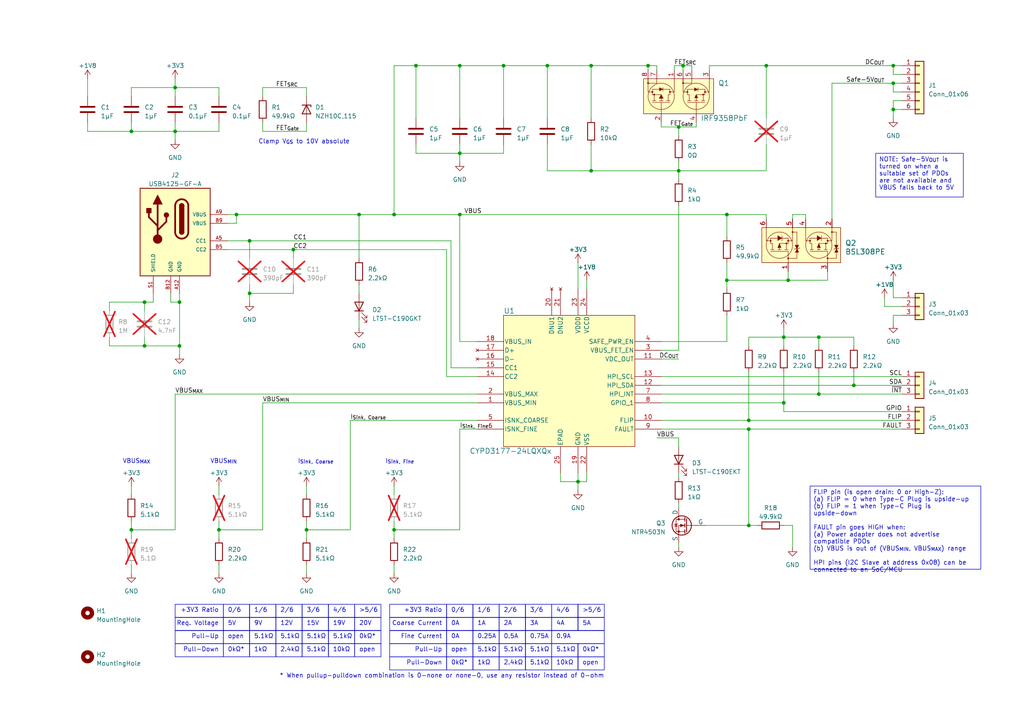
<source format=kicad_sch>
(kicad_sch (version 20230121) (generator eeschema)
  (paper "A4")
  (title_block (title "CYPD3177_Power-Board") (date "2023-05-20") (rev "A") (company "ElektroNik Zoller") (comment 1 "Nikolai Zoller") (comment 4 "CERN-OHL-P"))
  (lib_symbols
    (symbol "Connector_Generic:Conn_01x03" (pin_names (offset 1.016) hide)
      (property "Reference" "J" (at 0 5.08 0))
      (property "Value" "Conn_01x03" (at 0 -5.08 0))
      (symbol "Conn_01x03_1_1"
        (pin passive line (at -5.08 2.54 0) (length 3.81) (name "Pin_1") (number "1"))
        (pin passive line (at -5.08 0 0) (length 3.81) (name "Pin_2") (number "2"))
        (pin passive line (at -5.08 -2.54 0) (length 3.81) (name "Pin_3") (number "3"))
      )
    )
    (symbol "Connector_Generic:Conn_01x06" (pin_names (offset 1.016) hide)
      (property "Reference" "J" (at 0 7.62 0))
      (property "Value" "Conn_01x06" (at 0 -10.16 0))
      (symbol "Conn_01x06_1_1"
        (pin passive line (at -5.08 5.08 0) (length 3.81) (name "Pin_1") (number "1"))
        (pin passive line (at -5.08 2.54 0) (length 3.81) (name "Pin_2") (number "2"))
        (pin passive line (at -5.08 0 0) (length 3.81) (name "Pin_3") (number "3"))
        (pin passive line (at -5.08 -2.54 0) (length 3.81) (name "Pin_4") (number "4"))
        (pin passive line (at -5.08 -5.08 0) (length 3.81) (name "Pin_5") (number "5"))
        (pin passive line (at -5.08 -7.62 0) (length 3.81) (name "Pin_6") (number "6"))
      )
    )
    (symbol "Connector_User:USB4125-GF-A" (pin_names (offset 1.016))
      (property "Reference" "J" (at -10.16 16.51 0))
      (property "Value" "USB4125-GF-A" (at -10.16 16.51 0))
      (symbol "USB4125-GF-A_0_0"
        (pin bidirectional line (at -15.24 -2.54 0) (length 5.08) (name "CC1") (number "A5"))
        (pin bidirectional line (at -15.24 -5.08 0) (length 5.08) (name "CC2") (number "B5"))
        (pin passive line (at 6.35 -17.78 90) (length 5.08) (name "SHIELD") (number "S1"))
      )
      (symbol "USB4125-GF-A_1_0"
        (pin power_out line (at -1.27 -17.78 90) (length 5.08) (name "GND") (number "A12"))
        (pin power_out line (at -15.24 5.08 0) (length 5.08) (name "VBUS") (number "A9"))
        (pin passive line (at 1.27 -17.78 90) (length 5.08) (name "GND") (number "B12"))
        (pin passive line (at -15.24 2.54 0) (length 5.08) (name "VBUS") (number "B9"))
      )
    )
    (symbol "Device:C" (pin_numbers hide) (pin_names (offset 0.254))
      (property "Reference" "C" (at 0.635 2.54 0))
      (property "Value" "C" (at 0.635 -2.54 0))
      (symbol "C_1_1"
        (pin passive line (at 0 3.81 270) (length 2.794) (name "~") (number "1"))
        (pin passive line (at 0 -3.81 90) (length 2.794) (name "~") (number "2"))
      )
    )
    (symbol "Device:D_Zener" (pin_numbers hide) (pin_names (offset 1.016) hide)
      (property "Reference" "D" (at 0 2.54 0))
      (property "Value" "D_Zener" (at 0 -2.54 0))
      (symbol "D_Zener_1_1"
        (pin passive line (at -3.81 0 0) (length 2.54) (name "K") (number "1"))
        (pin passive line (at 3.81 0 180) (length 2.54) (name "A") (number "2"))
      )
    )
    (symbol "Device:LED" (pin_numbers hide) (pin_names (offset 1.016) hide)
      (property "Reference" "D" (at 0 2.54 0))
      (property "Value" "LED" (at 0 -2.54 0))
      (symbol "LED_1_1"
        (pin passive line (at -3.81 0 0) (length 2.54) (name "K") (number "1"))
        (pin passive line (at 3.81 0 180) (length 2.54) (name "A") (number "2"))
      )
    )
    (symbol "Device:R" (pin_numbers hide) (pin_names (offset 0))
      (property "Reference" "R" (at 2.032 0 90))
      (property "Value" "R" (at 0 0 90))
      (symbol "R_1_1"
        (pin passive line (at 0 3.81 270) (length 1.27) (name "~") (number "1"))
        (pin passive line (at 0 -3.81 90) (length 1.27) (name "~") (number "2"))
      )
    )
    (symbol "Interface_USB_User:CYPD3177-24LQXQx" (pin_names (offset 0.254))
      (property "Reference" "U" (at -17.78 20.32 0))
      (property "Value" "CYPD3177-24LQXQx" (at 8.89 20.32 0))
      (symbol "CYPD3177-24LQXQx_0_1"
        (pin bidirectional line (at 26.67 -11.43 180) (length 7.62) (name "FLIP") (number "10"))
        (pin output line (at 26.67 6.35 180) (length 7.62) (name "VDC_OUT") (number "11"))
        (pin no_connect line (at -26.67 6.35 0) (length 7.62) (name "D-") (number "16"))
        (pin no_connect line (at -26.67 8.89 0) (length 7.62) (name "D+") (number "17"))
        (pin no_connect line (at -5.08 26.67 270) (length 7.62) (name "DNU1") (number "20"))
        (pin no_connect line (at -2.54 26.67 270) (length 7.62) (name "DNU2") (number "21"))
        (pin output line (at 26.67 8.89 180) (length 7.62) (name "VBUS_FET_EN") (number "3"))
        (pin output line (at 26.67 11.43 180) (length 7.62) (name "SAFE_PWR_EN") (number "4"))
      )
      (symbol "CYPD3177-24LQXQx_1_1"
        (pin passive line (at -26.67 -6.35 0) (length 7.62) (name "VBUS_MIN") (number "1"))
        (pin bidirectional line (at 26.67 -1.27 180) (length 7.62) (name "HPI_SDA") (number "12"))
        (pin input line (at 26.67 1.27 180) (length 7.62) (name "HPI_SCL") (number "13"))
        (pin bidirectional line (at -26.67 1.27 0) (length 7.62) (name "CC2") (number "14"))
        (pin bidirectional line (at -26.67 3.81 0) (length 7.62) (name "CC1") (number "15"))
        (pin power_in line (at -26.67 11.43 0) (length 7.62) (name "VBUS_IN") (number "18"))
        (pin power_in line (at 2.54 -26.67 90) (length 7.62) (name "GND") (number "19"))
        (pin passive line (at -26.67 -3.81 0) (length 7.62) (name "VBUS_MAX") (number "2"))
        (pin passive line (at 5.08 -26.67 90) (length 7.62) (name "VSS") (number "22"))
        (pin power_out line (at 2.54 26.67 270) (length 7.62) (name "VDDD") (number "23"))
        (pin power_out line (at 5.08 26.67 270) (length 7.62) (name "VCCD") (number "24"))
        (pin passive line (at -2.54 -26.67 90) (length 7.62) (name "EPAD") (number "25"))
        (pin passive line (at -26.67 -11.43 0) (length 7.62) (name "ISNK_COARSE") (number "5"))
        (pin passive line (at -26.67 -13.97 0) (length 7.62) (name "ISNK_FINE") (number "6"))
        (pin power_out line (at 26.67 -3.81 180) (length 7.62) (name "HPI_INT") (number "7"))
        (pin output line (at 26.67 -6.35 180) (length 7.62) (name "GPIO_1") (number "8"))
        (pin output line (at 26.67 -13.97 180) (length 7.62) (name "FAULT") (number "9"))
      )
    )
    (symbol "Mechanical:MountingHole" (pin_names (offset 1.016))
      (property "Reference" "H" (at 0 5.08 0))
      (property "Value" "MountingHole" (at 0 3.175 0))
    )
    (symbol "Simulation_SPICE:NMOS" (pin_numbers hide) (pin_names (offset 0))
      (property "Reference" "Q" (at 5.08 1.27 0))
      (property "Value" "NMOS" (at 5.08 -1.27 0))
      (symbol "NMOS_1_1"
        (pin passive line (at 2.54 5.08 270) (length 2.54) (name "D") (number "1"))
        (pin input line (at -5.08 0 0) (length 2.54) (name "G") (number "2"))
        (pin passive line (at 2.54 -5.08 90) (length 2.54) (name "S") (number "3"))
      )
    )
    (symbol "Transistor_FET_User:BSL308PE" (pin_names (offset 0.254))
      (property "Reference" "Q" (at 0 15.24 0))
      (property "Value" "BSL308PE" (at 0 12.7 0))
      (symbol "BSL308PE_1_1"
        (pin input line (at -7.62 3.81 0) (length 2.54) (name "") (number "1"))
        (pin passive line (at 7.62 -8.89 180) (length 2.54) (name "") (number "2"))
        (pin input line (at -7.62 -7.62 0) (length 2.54) (name "") (number "3"))
        (pin passive line (at 7.62 -1.27 180) (length 2.54) (name "") (number "4"))
        (pin passive line (at 7.62 2.54 180) (length 2.54) (name "") (number "5"))
        (pin passive line (at 7.62 10.16 180) (length 2.54) (name "") (number "6"))
      )
    )
    (symbol "Transistor_FET_User:IRF9358PBF" (pin_names (offset 0.254))
      (property "Reference" "Q" (at 0 13.97 0))
      (property "Value" "IRF9358PbF" (at 0 11.43 0))
      (symbol "IRF9358PBF_1_1"
        (pin passive line (at 7.62 1.27 180) (length 2.54) (name "") (number "1"))
        (pin input line (at -7.62 5.08 0) (length 2.54) (name "") (number "2"))
        (pin passive line (at 7.62 -8.89 180) (length 2.54) (name "") (number "3"))
        (pin input line (at -7.62 -5.08 0) (length 2.54) (name "") (number "4"))
        (pin passive line (at 7.62 -3.81 180) (length 2.54) (name "") (number "5"))
        (pin passive line (at 7.62 -1.27 180) (length 2.54) (name "") (number "6"))
        (pin passive line (at 7.62 6.35 180) (length 2.54) (name "") (number "7"))
        (pin passive line (at 7.62 8.89 180) (length 2.54) (name "") (number "8"))
      )
    )
    (symbol "power:+1V8" (power) (pin_names (offset 0))
      (property "Value" "+1V8" (at 0 3.556 0))
      (symbol "+1V8_1_1"
        (pin power_in line (at 0 0 90) (length 0) hide (name "+1V8") (number "1"))
      )
    )
    (symbol "power:+3V3" (power) (pin_names (offset 0))
      (property "Value" "+3V3" (at 0 3.556 0))
      (symbol "+3V3_1_1"
        (pin power_in line (at 0 0 90) (length 0) hide (name "+3V3") (number "1"))
      )
    )
    (symbol "power:GND" (power) (pin_names (offset 0))
      (property "Value" "GND" (at 0 -3.81 0))
      (symbol "GND_1_1"
        (pin power_in line (at 0 0 270) (length 0) hide (name "GND") (number "1"))
      )
    )
  )
  (junction (at 196.85 36.83))
  (junction (at 38.1 38.1))
  (junction (at 171.45 19.05))
  (junction (at 63.5 153.67))
  (junction (at 114.3 62.23))
  (junction (at 167.64 139.7))
  (junction (at 88.9 153.67))
  (junction (at 222.25 19.05))
  (junction (at 50.8 38.1))
  (junction (at 41.91 87.63))
  (junction (at 52.07 87.63))
  (junction (at 217.17 121.92))
  (junction (at 247.65 111.76))
  (junction (at 85.09 72.39))
  (junction (at 52.07 100.33))
  (junction (at 217.17 152.4))
  (junction (at 187.96 19.05))
  (junction (at 38.1 153.67))
  (junction (at 114.3 153.67))
  (junction (at 237.49 97.79))
  (junction (at 171.45 49.53))
  (junction (at 237.49 114.3))
  (junction (at 259.08 19.05))
  (junction (at 133.35 19.05))
  (junction (at 146.05 19.05))
  (junction (at 104.14 62.23))
  (junction (at 227.33 116.84))
  (junction (at 133.35 62.23))
  (junction (at 259.08 31.75))
  (junction (at 50.8 25.4))
  (junction (at 210.82 62.23))
  (junction (at 217.17 124.46))
  (junction (at 68.58 62.23))
  (junction (at 72.39 85.09))
  (junction (at 259.08 24.13))
  (junction (at 41.91 100.33))
  (junction (at 198.12 19.05))
  (junction (at 196.85 49.53))
  (junction (at 133.35 44.45))
  (junction (at 158.75 19.05))
  (junction (at 120.65 19.05))
  (junction (at 210.82 81.28))
  (junction (at 228.6 81.28))
  (junction (at 72.39 69.85))
  (junction (at 227.33 97.79))
  (wire (pts (xy 205.74 19.05) (xy 222.25 19.05)))
  (wire (pts (xy 204.47 152.4) (xy 217.17 152.4)))
  (wire (pts (xy 50.8 22.86) (xy 50.8 25.4)))
  (wire (pts (xy 50.8 25.4) (xy 63.5 25.4)))
  (wire (pts (xy 261.62 29.21) (xy 259.08 29.21)))
  (wire (pts (xy 229.87 63.5) (xy 229.87 62.23)))
  (wire (pts (xy 114.3 151.13) (xy 114.3 153.67)))
  (wire (pts (xy 229.87 62.23) (xy 233.68 62.23)))
  (wire (pts (xy 259.08 26.67) (xy 259.08 24.13)))
  (wire (pts (xy 76.2 38.1) (xy 88.9 38.1)))
  (wire (pts (xy 247.65 111.76) (xy 261.62 111.76)))
  (wire (pts (xy 114.3 153.67) (xy 114.3 156.21)))
  (wire (pts (xy 41.91 100.33) (xy 41.91 97.79)))
  (wire (pts (xy 210.82 68.58) (xy 210.82 62.23)))
  (wire (pts (xy 133.35 44.45) (xy 133.35 46.99)))
  (wire (pts (xy 171.45 19.05) (xy 187.96 19.05)))
  (wire (pts (xy 170.18 139.7) (xy 170.18 137.16)))
  (wire (pts (xy 138.43 106.68) (xy 130.81 106.68)))
  (wire (pts (xy 76.2 153.67) (xy 63.5 153.67)))
  (wire (pts (xy 217.17 100.33) (xy 217.17 97.79)))
  (wire (pts (xy 63.5 35.56) (xy 63.5 38.1)))
  (wire (pts (xy 170.18 81.28) (xy 170.18 83.82)))
  (wire (pts (xy 191.77 36.83) (xy 196.85 36.83)))
  (wire (pts (xy 129.54 109.22) (xy 129.54 72.39)))
  (wire (pts (xy 191.77 35.56) (xy 191.77 36.83)))
  (wire (pts (xy 259.08 93.98) (xy 259.08 91.44)))
  (wire (pts (xy 210.82 91.44) (xy 210.82 99.06)))
  (wire (pts (xy 167.64 139.7) (xy 170.18 139.7)))
  (wire (pts (xy 217.17 124.46) (xy 217.17 152.4)))
  (wire (pts (xy 261.62 24.13) (xy 259.08 24.13)))
  (wire (pts (xy 217.17 97.79) (xy 227.33 97.79)))
  (wire (pts (xy 210.82 81.28) (xy 210.82 83.82)))
  (wire (pts (xy 104.14 62.23) (xy 104.14 74.93)))
  (wire (pts (xy 44.45 85.09) (xy 44.45 87.63)))
  (wire (pts (xy 85.09 72.39) (xy 85.09 74.93)))
  (wire (pts (xy 196.85 49.53) (xy 196.85 52.07)))
  (wire (pts (xy 133.35 62.23) (xy 210.82 62.23)))
  (wire (pts (xy 66.04 72.39) (xy 85.09 72.39)))
  (wire (pts (xy 88.9 153.67) (xy 88.9 156.21)))
  (wire (pts (xy 198.12 19.05) (xy 195.58 19.05)))
  (wire (pts (xy 72.39 85.09) (xy 72.39 87.63)))
  (wire (pts (xy 191.77 116.84) (xy 227.33 116.84)))
  (wire (pts (xy 120.65 44.45) (xy 133.35 44.45)))
  (wire (pts (xy 129.54 72.39) (xy 85.09 72.39)))
  (wire (pts (xy 217.17 121.92) (xy 191.77 121.92)))
  (wire (pts (xy 88.9 140.97) (xy 88.9 143.51)))
  (wire (pts (xy 191.77 109.22) (xy 261.62 109.22)))
  (wire (pts (xy 261.62 88.9) (xy 256.54 88.9)))
  (wire (pts (xy 114.3 163.83) (xy 114.3 166.37)))
  (wire (pts (xy 104.14 82.55) (xy 104.14 85.09)))
  (wire (pts (xy 256.54 88.9) (xy 256.54 86.36)))
  (wire (pts (xy 138.43 124.46) (xy 133.35 124.46)))
  (wire (pts (xy 171.45 49.53) (xy 196.85 49.53)))
  (wire (pts (xy 68.58 62.23) (xy 104.14 62.23)))
  (wire (pts (xy 31.75 97.79) (xy 31.75 100.33)))
  (wire (pts (xy 50.8 38.1) (xy 38.1 38.1)))
  (wire (pts (xy 31.75 87.63) (xy 31.75 90.17)))
  (wire (pts (xy 237.49 107.95) (xy 237.49 114.3)))
  (wire (pts (xy 38.1 151.13) (xy 38.1 153.67)))
  (wire (pts (xy 146.05 19.05) (xy 158.75 19.05)))
  (wire (pts (xy 31.75 100.33) (xy 41.91 100.33)))
  (wire (pts (xy 76.2 116.84) (xy 138.43 116.84)))
  (wire (pts (xy 233.68 62.23) (xy 233.68 63.5)))
  (wire (pts (xy 229.87 152.4) (xy 229.87 158.75)))
  (wire (pts (xy 85.09 82.55) (xy 85.09 85.09)))
  (wire (pts (xy 191.77 111.76) (xy 247.65 111.76)))
  (wire (pts (xy 259.08 34.29) (xy 259.08 31.75)))
  (wire (pts (xy 247.65 107.95) (xy 247.65 111.76)))
  (wire (pts (xy 63.5 140.97) (xy 63.5 143.51)))
  (wire (pts (xy 158.75 19.05) (xy 158.75 34.29)))
  (wire (pts (xy 217.17 152.4) (xy 219.71 152.4)))
  (wire (pts (xy 210.82 76.2) (xy 210.82 81.28)))
  (wire (pts (xy 63.5 38.1) (xy 50.8 38.1)))
  (wire (pts (xy 88.9 163.83) (xy 88.9 166.37)))
  (wire (pts (xy 259.08 31.75) (xy 261.62 31.75)))
  (wire (pts (xy 200.66 20.32) (xy 200.66 19.05)))
  (wire (pts (xy 133.35 62.23) (xy 133.35 99.06)))
  (wire (pts (xy 227.33 107.95) (xy 227.33 116.84)))
  (wire (pts (xy 41.91 87.63) (xy 44.45 87.63)))
  (wire (pts (xy 38.1 38.1) (xy 38.1 35.56)))
  (wire (pts (xy 162.56 139.7) (xy 167.64 139.7)))
  (wire (pts (xy 196.85 49.53) (xy 222.25 49.53)))
  (wire (pts (xy 196.85 137.16) (xy 196.85 138.43)))
  (wire (pts (xy 133.35 41.91) (xy 133.35 44.45)))
  (wire (pts (xy 241.3 24.13) (xy 241.3 63.5)))
  (wire (pts (xy 130.81 106.68) (xy 130.81 69.85)))
  (wire (pts (xy 133.35 44.45) (xy 146.05 44.45)))
  (wire (pts (xy 76.2 27.94) (xy 76.2 25.4)))
  (wire (pts (xy 120.65 19.05) (xy 133.35 19.05)))
  (wire (pts (xy 191.77 104.14) (xy 196.85 104.14)))
  (wire (pts (xy 88.9 151.13) (xy 88.9 153.67)))
  (wire (pts (xy 101.6 121.92) (xy 101.6 153.67)))
  (wire (pts (xy 227.33 152.4) (xy 229.87 152.4)))
  (wire (pts (xy 196.85 59.69) (xy 196.85 101.6)))
  (wire (pts (xy 196.85 146.05) (xy 196.85 147.32)))
  (wire (pts (xy 50.8 35.56) (xy 50.8 38.1)))
  (wire (pts (xy 196.85 46.99) (xy 196.85 49.53)))
  (wire (pts (xy 76.2 116.84) (xy 76.2 153.67)))
  (wire (pts (xy 227.33 95.25) (xy 227.33 97.79)))
  (wire (pts (xy 227.33 97.79) (xy 237.49 97.79)))
  (wire (pts (xy 52.07 87.63) (xy 52.07 100.33)))
  (wire (pts (xy 237.49 97.79) (xy 237.49 100.33)))
  (wire (pts (xy 227.33 119.38) (xy 227.33 116.84)))
  (wire (pts (xy 146.05 19.05) (xy 146.05 34.29)))
  (wire (pts (xy 240.03 78.74) (xy 240.03 81.28)))
  (wire (pts (xy 191.77 124.46) (xy 217.17 124.46)))
  (wire (pts (xy 205.74 20.32) (xy 205.74 19.05)))
  (wire (pts (xy 240.03 81.28) (xy 228.6 81.28)))
  (wire (pts (xy 171.45 41.91) (xy 171.45 49.53)))
  (wire (pts (xy 195.58 19.05) (xy 195.58 20.32)))
  (wire (pts (xy 217.17 124.46) (xy 261.62 124.46)))
  (wire (pts (xy 133.35 19.05) (xy 146.05 19.05)))
  (wire (pts (xy 201.93 36.83) (xy 201.93 35.56)))
  (wire (pts (xy 198.12 19.05) (xy 198.12 20.32)))
  (wire (pts (xy 52.07 85.09) (xy 52.07 87.63)))
  (wire (pts (xy 41.91 100.33) (xy 52.07 100.33)))
  (wire (pts (xy 162.56 137.16) (xy 162.56 139.7)))
  (wire (pts (xy 72.39 82.55) (xy 72.39 85.09)))
  (wire (pts (xy 72.39 85.09) (xy 85.09 85.09)))
  (wire (pts (xy 49.53 87.63) (xy 52.07 87.63)))
  (wire (pts (xy 76.2 25.4) (xy 88.9 25.4)))
  (wire (pts (xy 133.35 124.46) (xy 133.35 153.67)))
  (wire (pts (xy 237.49 97.79) (xy 247.65 97.79)))
  (wire (pts (xy 25.4 35.56) (xy 25.4 38.1)))
  (wire (pts (xy 217.17 121.92) (xy 261.62 121.92)))
  (wire (pts (xy 63.5 153.67) (xy 63.5 156.21)))
  (wire (pts (xy 68.58 64.77) (xy 68.58 62.23)))
  (wire (pts (xy 38.1 25.4) (xy 38.1 27.94)))
  (wire (pts (xy 222.25 63.5) (xy 222.25 62.23)))
  (wire (pts (xy 88.9 25.4) (xy 88.9 27.94)))
  (wire (pts (xy 217.17 107.95) (xy 217.17 121.92)))
  (wire (pts (xy 63.5 25.4) (xy 63.5 27.94)))
  (wire (pts (xy 72.39 69.85) (xy 72.39 74.93)))
  (wire (pts (xy 259.08 24.13) (xy 241.3 24.13)))
  (wire (pts (xy 222.25 49.53) (xy 222.25 41.91)))
  (wire (pts (xy 190.5 127) (xy 196.85 127)))
  (wire (pts (xy 171.45 19.05) (xy 171.45 34.29)))
  (wire (pts (xy 101.6 153.67) (xy 88.9 153.67)))
  (wire (pts (xy 104.14 62.23) (xy 114.3 62.23)))
  (wire (pts (xy 25.4 22.86) (xy 25.4 27.94)))
  (wire (pts (xy 114.3 140.97) (xy 114.3 143.51)))
  (wire (pts (xy 196.85 157.48) (xy 196.85 158.75)))
  (wire (pts (xy 167.64 139.7) (xy 167.64 142.24)))
  (wire (pts (xy 114.3 62.23) (xy 133.35 62.23)))
  (wire (pts (xy 52.07 100.33) (xy 52.07 102.87)))
  (wire (pts (xy 38.1 163.83) (xy 38.1 166.37)))
  (wire (pts (xy 261.62 86.36) (xy 259.08 86.36)))
  (wire (pts (xy 200.66 19.05) (xy 198.12 19.05)))
  (wire (pts (xy 50.8 153.67) (xy 38.1 153.67)))
  (wire (pts (xy 222.25 19.05) (xy 222.25 34.29)))
  (wire (pts (xy 237.49 114.3) (xy 261.62 114.3)))
  (wire (pts (xy 222.25 19.05) (xy 259.08 19.05)))
  (wire (pts (xy 210.82 62.23) (xy 222.25 62.23)))
  (wire (pts (xy 114.3 19.05) (xy 114.3 62.23)))
  (wire (pts (xy 158.75 41.91) (xy 158.75 49.53)))
  (wire (pts (xy 210.82 81.28) (xy 228.6 81.28)))
  (wire (pts (xy 50.8 25.4) (xy 38.1 25.4)))
  (wire (pts (xy 187.96 19.05) (xy 190.5 19.05)))
  (wire (pts (xy 41.91 87.63) (xy 41.91 90.17)))
  (wire (pts (xy 88.9 38.1) (xy 88.9 35.56)))
  (wire (pts (xy 196.85 36.83) (xy 196.85 39.37)))
  (wire (pts (xy 167.64 137.16) (xy 167.64 139.7)))
  (wire (pts (xy 259.08 29.21) (xy 259.08 31.75)))
  (wire (pts (xy 133.35 153.67) (xy 114.3 153.67)))
  (wire (pts (xy 227.33 97.79) (xy 227.33 100.33)))
  (wire (pts (xy 25.4 38.1) (xy 38.1 38.1)))
  (wire (pts (xy 101.6 121.92) (xy 138.43 121.92)))
  (wire (pts (xy 146.05 41.91) (xy 146.05 44.45)))
  (wire (pts (xy 259.08 91.44) (xy 261.62 91.44)))
  (wire (pts (xy 50.8 114.3) (xy 50.8 153.67)))
  (wire (pts (xy 133.35 99.06) (xy 138.43 99.06)))
  (wire (pts (xy 49.53 85.09) (xy 49.53 87.63)))
  (wire (pts (xy 104.14 92.71) (xy 104.14 95.25)))
  (wire (pts (xy 190.5 20.32) (xy 190.5 19.05)))
  (wire (pts (xy 66.04 64.77) (xy 68.58 64.77)))
  (wire (pts (xy 66.04 62.23) (xy 68.58 62.23)))
  (wire (pts (xy 63.5 151.13) (xy 63.5 153.67)))
  (wire (pts (xy 50.8 114.3) (xy 138.43 114.3)))
  (wire (pts (xy 138.43 109.22) (xy 129.54 109.22)))
  (wire (pts (xy 31.75 87.63) (xy 41.91 87.63)))
  (wire (pts (xy 38.1 140.97) (xy 38.1 143.51)))
  (wire (pts (xy 158.75 19.05) (xy 171.45 19.05)))
  (wire (pts (xy 261.62 26.67) (xy 259.08 26.67)))
  (wire (pts (xy 191.77 101.6) (xy 196.85 101.6)))
  (wire (pts (xy 76.2 35.56) (xy 76.2 38.1)))
  (wire (pts (xy 167.64 76.2) (xy 167.64 83.82)))
  (wire (pts (xy 158.75 49.53) (xy 171.45 49.53)))
  (wire (pts (xy 191.77 114.3) (xy 237.49 114.3)))
  (wire (pts (xy 120.65 41.91) (xy 120.65 44.45)))
  (wire (pts (xy 114.3 19.05) (xy 120.65 19.05)))
  (wire (pts (xy 227.33 119.38) (xy 261.62 119.38)))
  (wire (pts (xy 247.65 97.79) (xy 247.65 100.33)))
  (wire (pts (xy 259.08 21.59) (xy 259.08 19.05)))
  (wire (pts (xy 50.8 27.94) (xy 50.8 25.4)))
  (wire (pts (xy 50.8 40.64) (xy 50.8 38.1)))
  (wire (pts (xy 196.85 127) (xy 196.85 129.54)))
  (wire (pts (xy 187.96 20.32) (xy 187.96 19.05)))
  (wire (pts (xy 259.08 81.28) (xy 259.08 86.36)))
  (wire (pts (xy 120.65 19.05) (xy 120.65 34.29)))
  (wire (pts (xy 259.08 19.05) (xy 261.62 19.05)))
  (wire (pts (xy 38.1 153.67) (xy 38.1 156.21)))
  (wire (pts (xy 261.62 21.59) (xy 259.08 21.59)))
  (wire (pts (xy 196.85 36.83) (xy 201.93 36.83)))
  (wire (pts (xy 210.82 99.06) (xy 191.77 99.06)))
  (wire (pts (xy 133.35 19.05) (xy 133.35 34.29)))
  (wire (pts (xy 130.81 69.85) (xy 72.39 69.85)))
  (wire (pts (xy 66.04 69.85) (xy 72.39 69.85)))
  (wire (pts (xy 63.5 163.83) (xy 63.5 166.37)))
  (wire (pts (xy 228.6 78.74) (xy 228.6 81.28)))
  (rectangle (start 102.87 186.69) (end 110.49 190.5))
  (rectangle (start 137.16 179.07) (end 144.78 182.88))
  (rectangle (start 102.87 175.26) (end 110.49 179.07))
  (rectangle (start 137.16 175.26) (end 144.78 179.07))
  (rectangle (start 129.54 175.26) (end 137.16 179.07))
  (rectangle (start 113.03 179.07) (end 129.54 182.88))
  (rectangle (start 102.87 182.88) (end 110.49 186.69))
  (rectangle (start 80.01 186.69) (end 87.63 190.5))
  (rectangle (start 160.02 182.88) (end 175.26 186.69))
  (rectangle (start 64.77 186.69) (end 72.39 190.5))
  (rectangle (start 152.4 190.5) (end 160.02 194.31))
  (rectangle (start 113.03 175.26) (end 129.54 179.07))
  (rectangle (start 64.77 179.07) (end 72.39 182.88))
  (rectangle (start 102.87 179.07) (end 110.49 182.88))
  (rectangle (start 137.16 186.69) (end 144.78 190.5))
  (rectangle (start 152.4 175.26) (end 160.02 179.07))
  (rectangle (start 137.16 190.5) (end 144.78 194.31))
  (rectangle (start 95.25 179.07) (end 102.87 182.88))
  (rectangle (start 95.25 175.26) (end 102.87 179.07))
  (rectangle (start 160.02 186.69) (end 167.64 190.5))
  (rectangle (start 50.8 186.69) (end 64.77 190.5))
  (rectangle (start 152.4 186.69) (end 160.02 190.5))
  (rectangle (start 129.54 190.5) (end 137.16 194.31))
  (rectangle (start 144.78 186.69) (end 152.4 190.5))
  (rectangle (start 160.02 179.07) (end 167.64 182.88))
  (rectangle (start 72.39 182.88) (end 80.01 186.69))
  (rectangle (start 129.54 182.88) (end 137.16 186.69))
  (rectangle (start 113.03 186.69) (end 129.54 190.5))
  (rectangle (start 50.8 182.88) (end 64.77 186.69))
  (rectangle (start 144.78 190.5) (end 152.4 194.31))
  (rectangle (start 129.54 179.07) (end 137.16 182.88))
  (rectangle (start 167.64 190.5) (end 175.26 194.31))
  (rectangle (start 87.63 186.69) (end 95.25 190.5))
  (rectangle (start 95.25 182.88) (end 102.87 186.69))
  (rectangle (start 167.64 175.26) (end 175.26 179.07))
  (rectangle (start 72.39 179.07) (end 80.01 182.88))
  (rectangle (start 113.03 182.88) (end 129.54 186.69))
  (rectangle (start 152.4 182.88) (end 160.02 186.69))
  (rectangle (start 167.64 186.69) (end 175.26 190.5))
  (rectangle (start 72.39 186.69) (end 80.01 190.5))
  (rectangle (start 95.25 186.69) (end 102.87 190.5))
  (rectangle (start 50.8 175.26) (end 64.77 179.07))
  (rectangle (start 167.64 179.07) (end 175.26 182.88))
  (rectangle (start 160.02 175.26) (end 167.64 179.07))
  (rectangle (start 87.63 179.07) (end 95.25 182.88))
  (rectangle (start 72.39 175.26) (end 80.01 179.07))
  (rectangle (start 87.63 182.88) (end 95.25 186.69))
  (rectangle (start 64.77 182.88) (end 72.39 186.69))
  (rectangle (start 87.63 175.26) (end 95.25 179.07))
  (rectangle (start 64.77 175.26) (end 72.39 179.07))
  (rectangle (start 160.02 190.5) (end 167.64 194.31))
  (rectangle (start 144.78 182.88) (end 152.4 186.69))
  (rectangle (start 80.01 175.26) (end 87.63 179.07))
  (rectangle (start 144.78 175.26) (end 152.4 179.07))
  (rectangle (start 137.16 182.88) (end 144.78 186.69))
  (rectangle (start 152.4 179.07) (end 160.02 182.88))
  (rectangle (start 113.03 190.5) (end 129.54 194.31))
  (rectangle (start 80.01 182.88) (end 87.63 186.69))
  (rectangle (start 50.8 179.07) (end 64.77 182.88))
  (rectangle (start 144.78 179.07) (end 152.4 182.88))
  (rectangle (start 129.54 186.69) (end 137.16 190.5))
  (rectangle (start 80.01 179.07) (end 87.63 182.88))
  (text_box "FLIP pin (is open drain: 0 or High-Z):\n(a) FLIP = 0 when Type-C Plug is upside-up\n(b) FLIP = 1 when Type-C Plug is upside-down\n\nFAULT pin goes HIGH when:\n(a) Power adapter does not advertise compatible PDOs\n(b) VBUS is out of (VBUS_{MIN}, VBUS_{MAX}) range\n\nHPI pins (I2C Slave at address 0x08) can be connected to an SoC/MCU" (at 234.95 140.97 0) (size 49.53 24.13) (effects (font (size 1.27 1.27)) (justify left top)))
  (text_box "NOTE: Safe-5V_{OUT} is turned on when a suitable set of PDOs are not available and VBUS falls back to 5V" (at 254 44.45 0) (size 25.4 12.7) (effects (font (size 1.27 1.27)) (justify left top)))
  (text "5.1kΩ" (at 153.67 193.04 0) (effects (font (size 1.27 1.27)) (justify left bottom)))
  (text "Clamp V_{GS} to 10V absolute" (at 74.93 41.91 0) (effects (font (size 1.27 1.27)) (justify left bottom)))
  (text "5.1kΩ" (at 81.28 185.42 0) (effects (font (size 1.27 1.27)) (justify left bottom)))
  (text "5.1kΩ" (at 161.29 189.23 0) (effects (font (size 1.27 1.27)) (justify left bottom)))
  (text "1/6" (at 138.43 177.8 0) (effects (font (size 1.27 1.27)) (justify left bottom)))
  (text "Pull-Down" (at 63.5 189.23 0) (effects (font (size 1.27 1.27)) (justify right bottom)))
  (text "Pull-Up" (at 63.5 185.42 0) (effects (font (size 1.27 1.27)) (justify right bottom)))
  (text "0.9A\n" (at 161.29 185.42 0) (effects (font (size 1.27 1.27)) (justify left bottom)))
  (text "I_{Sink, Fine}" (at 111.76 134.62 0) (effects (font (size 1.27 1.27)) (justify left bottom)))
  (text "1/6" (at 73.66 177.8 0) (effects (font (size 1.27 1.27)) (justify left bottom)))
  (text "* When pullup-pulldown combination is 0-none or none-0, use any resistor instead of 0-ohm" (at 175.26 196.85 0) (effects (font (size 1.27 1.27)) (justify right bottom)))
  (text "1kΩ" (at 73.66 189.23 0) (effects (font (size 1.27 1.27)) (justify left bottom)))
  (text "5.1kΩ" (at 88.9 189.23 0) (effects (font (size 1.27 1.27)) (justify left bottom)))
  (text "10kΩ" (at 161.29 193.04 0) (effects (font (size 1.27 1.27)) (justify left bottom)))
  (text "5.1kΩ" (at 153.67 189.23 0) (effects (font (size 1.27 1.27)) (justify left bottom)))
  (text "5.1kΩ" (at 73.66 185.42 0) (effects (font (size 1.27 1.27)) (justify left bottom)))
  (text "+3V3 Ratio" (at 63.5 177.8 0) (effects (font (size 1.27 1.27)) (justify right bottom)))
  (text "2.4kΩ" (at 81.28 189.23 0) (effects (font (size 1.27 1.27)) (justify left bottom)))
  (text "5.1kΩ" (at 146.05 189.23 0) (effects (font (size 1.27 1.27)) (justify left bottom)))
  (text "10kΩ" (at 96.52 189.23 0) (effects (font (size 1.27 1.27)) (justify left bottom)))
  (text "VBUS_{MIN}" (at 60.96 134.62 0) (effects (font (size 1.27 1.27)) (justify left bottom)))
  (text "2.4kΩ" (at 146.05 193.04 0) (effects (font (size 1.27 1.27)) (justify left bottom)))
  (text "0A" (at 130.81 181.61 0) (effects (font (size 1.27 1.27)) (justify left bottom)))
  (text "9V\n" (at 73.66 181.61 0) (effects (font (size 1.27 1.27)) (justify left bottom)))
  (text ">5/6" (at 104.14 177.8 0) (effects (font (size 1.27 1.27)) (justify left bottom)))
  (text "4/6" (at 161.29 177.8 0) (effects (font (size 1.27 1.27)) (justify left bottom)))
  (text "Fine Current" (at 128.27 185.42 0) (effects (font (size 1.27 1.27)) (justify right bottom)))
  (text "0kΩ*" (at 130.81 193.04 0) (effects (font (size 1.27 1.27)) (justify left bottom)))
  (text "1A" (at 138.43 181.61 0) (effects (font (size 1.27 1.27)) (justify left bottom)))
  (text "open\n" (at 168.91 193.04 0) (effects (font (size 1.27 1.27)) (justify left bottom)))
  (text "0.75A" (at 153.67 185.42 0) (effects (font (size 1.27 1.27)) (justify left bottom)))
  (text "3/6" (at 88.9 177.8 0) (effects (font (size 1.27 1.27)) (justify left bottom)))
  (text "19V\n" (at 96.52 181.61 0) (effects (font (size 1.27 1.27)) (justify left bottom)))
  (text "2/6" (at 81.28 177.8 0) (effects (font (size 1.27 1.27)) (justify left bottom)))
  (text "4/6" (at 96.52 177.8 0) (effects (font (size 1.27 1.27)) (justify left bottom)))
  (text "Pull-Up" (at 128.27 189.23 0) (effects (font (size 1.27 1.27)) (justify right bottom)))
  (text "VBUS_{MAX}" (at 35.56 134.62 0) (effects (font (size 1.27 1.27)) (justify left bottom)))
  (text "2/6" (at 146.05 177.8 0) (effects (font (size 1.27 1.27)) (justify left bottom)))
  (text "open\n" (at 66.04 185.42 0) (effects (font (size 1.27 1.27)) (justify left bottom)))
  (text "0kΩ*" (at 66.04 189.23 0) (effects (font (size 1.27 1.27)) (justify left bottom)))
  (text "3A" (at 153.67 181.61 0) (effects (font (size 1.27 1.27)) (justify left bottom)))
  (text "0kΩ*" (at 104.14 185.42 0) (effects (font (size 1.27 1.27)) (justify left bottom)))
  (text "2A" (at 146.05 181.61 0) (effects (font (size 1.27 1.27)) (justify left bottom)))
  (text "open\n" (at 104.14 189.23 0) (effects (font (size 1.27 1.27)) (justify left bottom)))
  (text "0/6" (at 130.81 177.8 0) (effects (font (size 1.27 1.27)) (justify left bottom)))
  (text "0.25A" (at 138.43 185.42 0) (effects (font (size 1.27 1.27)) (justify left bottom)))
  (text "open\n" (at 130.81 189.23 0) (effects (font (size 1.27 1.27)) (justify left bottom)))
  (text "5.1kΩ" (at 138.43 189.23 0) (effects (font (size 1.27 1.27)) (justify left bottom)))
  (text "Req. Voltage" (at 63.5 181.61 0) (effects (font (size 1.27 1.27)) (justify right bottom)))
  (text "0/6" (at 66.04 177.8 0) (effects (font (size 1.27 1.27)) (justify left bottom)))
  (text "0A" (at 130.81 185.42 0) (effects (font (size 1.27 1.27)) (justify left bottom)))
  (text "20V\n" (at 104.14 181.61 0) (effects (font (size 1.27 1.27)) (justify left bottom)))
  (text "I_{Sink, Coarse}" (at 86.36 134.62 0) (effects (font (size 1.27 1.27)) (justify left bottom)))
  (text "+3V3 Ratio" (at 128.27 177.8 0) (effects (font (size 1.27 1.27)) (justify right bottom)))
  (text "0kΩ*" (at 168.91 189.23 0) (effects (font (size 1.27 1.27)) (justify left bottom)))
  (text "5.1kΩ" (at 88.9 185.42 0) (effects (font (size 1.27 1.27)) (justify left bottom)))
  (text "1kΩ" (at 138.43 193.04 0) (effects (font (size 1.27 1.27)) (justify left bottom)))
  (text "5.1kΩ" (at 96.52 185.42 0) (effects (font (size 1.27 1.27)) (justify left bottom)))
  (text "12V\n" (at 81.28 181.61 0) (effects (font (size 1.27 1.27)) (justify left bottom)))
  (text "Coarse Current" (at 128.27 181.61 0) (effects (font (size 1.27 1.27)) (justify right bottom)))
  (text "5V\n" (at 66.04 181.61 0) (effects (font (size 1.27 1.27)) (justify left bottom)))
  (text "3/6" (at 153.67 177.8 0) (effects (font (size 1.27 1.27)) (justify left bottom)))
  (text "4A" (at 161.29 181.61 0) (effects (font (size 1.27 1.27)) (justify left bottom)))
  (text "Pull-Down" (at 128.27 193.04 0) (effects (font (size 1.27 1.27)) (justify right bottom)))
  (text "15V\n" (at 88.9 181.61 0) (effects (font (size 1.27 1.27)) (justify left bottom)))
  (text ">5/6" (at 168.91 177.8 0) (effects (font (size 1.27 1.27)) (justify left bottom)))
  (text "0.5A" (at 146.05 185.42 0) (effects (font (size 1.27 1.27)) (justify left bottom)))
  (text "5A" (at 168.91 181.61 0) (effects (font (size 1.27 1.27)) (justify left bottom)))
  (label "CC1" (at 85.09 69.85 0))
  (label "CC2" (at 85.09 72.39 0))
  (label "VBUS" (at 190.5 127 0))
  (label "VBUS_{MIN}" (at 76.2 116.84 0))
  (label "DC_{OUT}" (at 256.54 19.05 180))
  (label "SDA" (at 261.62 111.76 180))
  (label "FET_{Gate}" (at 194.31 36.83 0))
  (label "FET_{Gate}" (at 80.01 38.1 0))
  (label "Safe-5V_{OUT}" (at 256.54 24.13 180))
  (label "I_{Sink, Fine}" (at 133.35 124.46 0))
  (label "FAULT" (at 261.62 124.46 180))
  (label "VBUS_{MAX}" (at 50.8 114.3 0))
  (label "I_{Sink, Coarse}" (at 101.6 121.92 0))
  (label "SCL" (at 261.62 109.22 180))
  (label "DC_{OUT}" (at 196.85 104.14 180))
  (label "FET_{SRC}" (at 80.01 25.4 0))
  (label "GPIO" (at 261.62 119.38 180))
  (label "FLIP" (at 261.62 121.92 180))
  (label "VBUS" (at 134.62 62.23 0))
  (label "~{INT}" (at 261.62 114.3 180))
  (label "FET_{SRC}" (at 195.58 19.05 0))
  (symbol (lib_id "power:GND") (at 38.1 166.37 0) (unit 1)
    (property "Reference" "#PWR022" (effects hide))
    (property "Value" "GND" (at 38.1 171.45 0))
  )
  (symbol (lib_id "power:GND") (at 259.08 93.98 0) (unit 1)
    (property "Reference" "#PWR011" (effects hide))
    (property "Value" "GND" (at 259.08 99.06 0))
  )
  (symbol (lib_id "power:GND") (at 196.85 158.75 0) (unit 1)
    (property "Reference" "#PWR020" (effects hide))
    (property "Value" "GND" (at 196.85 163.83 0))
  )
  (symbol (lib_id "Device:R") (at 210.82 87.63 0) (unit 1)
    (property "Reference" "R7" (at 213.36 86.995 0) (effects (justify left)))
    (property "Value" "1kΩ" (at 213.36 89.535 0) (effects (justify left)))
    (property "Footprint" "Resistor_SMD:R_0402_1005Metric" (effects hide))
  )
  (symbol (lib_id "Device:R") (at 237.49 104.14 0) (unit 1)
    (property "Reference" "R11" (at 240.03 103.505 0) (effects (justify left)))
    (property "Value" "2.2kΩ" (at 240.03 106.045 0) (effects (justify left)))
    (property "Footprint" "Resistor_SMD:R_0805_2012Metric_Pad1.20x1.40mm_HandSolder" (effects hide))
  )
  (symbol (lib_id "Device:LED") (at 104.14 88.9 90) (unit 1)
    (property "Reference" "D2" (at 107.95 89.8525 90) (effects (justify right)))
    (property "Value" "LTST-C190GKT" (at 107.95 92.3925 90) (effects (justify right)))
    (property "Footprint" "LED_SMD:LED_0603_1608Metric_Pad1.05x0.95mm_HandSolder" (effects hide))
  )
  (symbol (lib_id "Device:R") (at 38.1 147.32 0) (unit 1)
    (property "Reference" "R14" (at 40.64 146.685 0) (effects (justify left)))
    (property "Value" "5.1kΩ" (at 40.64 149.225 0) (effects (justify left)))
    (property "Footprint" "Resistor_SMD:R_0805_2012Metric_Pad1.20x1.40mm_HandSolder" (effects hide))
  )
  (symbol (lib_id "Device:R") (at 171.45 38.1 0) (unit 1)
    (property "Reference" "R2" (at 173.99 37.465 0) (effects (justify left)))
    (property "Value" "10kΩ" (at 173.99 40.005 0) (effects (justify left)))
    (property "Footprint" "Resistor_SMD:R_0603_1608Metric" (effects hide))
  )
  (symbol (lib_id "Transistor_FET_User:BSL308PE") (at 232.41 71.12 90) (unit 1)
    (property "Reference" "Q2" (at 245.11 70.485 90) (effects (font (size 1.524 1.524)) (justify right)))
    (property "Value" "BSL308PE" (at 245.11 73.025 90) (effects (font (size 1.524 1.524)) (justify right)))
    (property "Footprint" "Package_TO_SOT_SMD:SOT-23-6_Handsoldering" (effects hide))
    (property "Datasheet" "https://www.infineon.com/dgdl/Infineon-BSL308PE-DS-v02_03-en.pdf?fileId=db3a30431d8a6b3c011d8ff3592c03d0" (effects hide))
  )
  (symbol (lib_id "Device:C") (at 222.25 38.1 0) (unit 1) (dnp yes)
    (property "Reference" "C9" (at 226.06 37.465 0) (effects (justify left)))
    (property "Value" "1µF" (at 226.06 40.005 0) (effects (justify left)))
    (property "Footprint" "Capacitor_SMD:C_0402_1005Metric_Pad0.74x0.62mm_HandSolder" (effects hide))
  )
  (symbol (lib_id "power:GND") (at 104.14 95.25 0) (unit 1)
    (property "Reference" "#PWR012" (effects hide))
    (property "Value" "GND" (at 104.14 100.33 0))
  )
  (symbol (lib_id "power:GND") (at 167.64 142.24 0) (unit 1)
    (property "Reference" "#PWR019" (effects hide))
    (property "Value" "GND" (at 167.64 147.32 0))
  )
  (symbol (lib_id "Device:C") (at 41.91 93.98 0) (unit 1) (dnp yes)
    (property "Reference" "C12" (at 45.72 93.345 0) (effects (justify left)))
    (property "Value" "4.7nF" (at 45.72 95.885 0) (effects (justify left)))
    (property "Footprint" "Capacitor_SMD:C_0805_2012Metric_Pad1.18x1.45mm_HandSolder" (effects hide))
  )
  (symbol (lib_id "power:GND") (at 63.5 166.37 0) (unit 1)
    (property "Reference" "#PWR023" (effects hide))
    (property "Value" "GND" (at 63.5 171.45 0))
  )
  (symbol (lib_id "Device:R") (at 63.5 160.02 0) (unit 1)
    (property "Reference" "R20" (at 66.04 159.385 0) (effects (justify left)))
    (property "Value" "2.2kΩ" (at 66.04 161.925 0) (effects (justify left)))
    (property "Footprint" "Resistor_SMD:R_0805_2012Metric_Pad1.20x1.40mm_HandSolder" (effects hide))
  )
  (symbol (lib_id "Device:C") (at 133.35 38.1 0) (unit 1)
    (property "Reference" "C6" (at 137.16 37.465 0) (effects (justify left)))
    (property "Value" "1µF" (at 137.16 40.005 0) (effects (justify left)))
    (property "Footprint" "Capacitor_SMD:C_0402_1005Metric" (effects hide))
  )
  (symbol (lib_id "power:+3V3") (at 227.33 95.25 0) (unit 1)
    (property "Reference" "#PWR013" (effects hide))
    (property "Value" "+3V3" (at 227.33 91.44 0))
  )
  (symbol (lib_id "Device:R") (at 217.17 104.14 0) (unit 1)
    (property "Reference" "R9" (at 219.71 103.505 0) (effects (justify left)))
    (property "Value" "2.2kΩ" (at 219.71 106.045 0) (effects (justify left)))
    (property "Footprint" "Resistor_SMD:R_0805_2012Metric_Pad1.20x1.40mm_HandSolder" (effects hide))
  )
  (symbol (lib_id "Connector_Generic:Conn_01x03") (at 266.7 121.92 0) (unit 1)
    (property "Reference" "J5" (at 269.24 121.285 0) (effects (justify left)))
    (property "Value" "Conn_01x03" (at 269.24 123.825 0) (effects (justify left)))
    (property "Footprint" "Connector_CastellatedHole_2.54mm_User:CastellatedHole_1x03_P2.54mm_PinHeader" (effects hide))
  )
  (symbol (lib_id "Device:D_Zener") (at 88.9 31.75 270) (unit 1)
    (property "Reference" "D1" (at 91.44 31.115 90) (effects (justify left)))
    (property "Value" "NZH10C,115" (at 91.44 33.655 90) (effects (justify left)))
    (property "Footprint" "Diode_SMD:D_SOD-123F" (effects hide))
  )
  (symbol (lib_id "Device:C") (at 85.09 78.74 0) (unit 1) (dnp yes)
    (property "Reference" "C11" (at 88.9 78.105 0) (effects (justify left)))
    (property "Value" "390pF" (at 88.9 80.645 0) (effects (justify left)))
    (property "Footprint" "Capacitor_SMD:C_0603_1608Metric_Pad1.08x0.95mm_HandSolder" (effects hide))
  )
  (symbol (lib_id "Simulation_SPICE:NMOS") (at 199.39 152.4 0) (mirror y) (unit 1)
    (property "Reference" "Q3" (at 193.04 151.765 0) (effects (justify left)))
    (property "Value" "NTR4503N" (at 193.04 154.305 0) (effects (justify left)))
    (property "Footprint" "Package_TO_SOT_SMD:SOT-23-3" (effects hide))
    (property "Datasheet" "https://ngspice.sourceforge.io/docs/ngspice-manual.pdf" (effects hide))
    (property "Sim.Device" "NMOS" (effects hide))
    (property "Sim.Type" "VDMOS" (effects hide))
    (property "Sim.Pins" "1=D 2=G 3=S" (effects hide))
  )
  (symbol (lib_id "Connector_User:USB4125-GF-A") (at 50.8 67.31 0) (mirror y) (unit 1)
    (property "Reference" "J2" (at 50.8 50.8 0))
    (property "Value" "USB4125-GF-A" (at 50.8 53.34 0))
    (property "Footprint" "Connector_User:GCT_USB4125-GF-A" (effects hide))
  )
  (symbol (lib_id "power:GND") (at 88.9 166.37 0) (unit 1)
    (property "Reference" "#PWR024" (effects hide))
    (property "Value" "GND" (at 88.9 171.45 0))
  )
  (symbol (lib_id "Connector_Generic:Conn_01x03") (at 266.7 111.76 0) (unit 1)
    (property "Reference" "J4" (at 269.24 111.125 0) (effects (justify left)))
    (property "Value" "Conn_01x03" (at 269.24 113.665 0) (effects (justify left)))
    (property "Footprint" "Connector_CastellatedHole_2.54mm_User:CastellatedHole_1x03_P2.54mm_PinHeader" (effects hide))
  )
  (symbol (lib_id "Device:C") (at 63.5 31.75 0) (unit 1)
    (property "Reference" "C4" (at 67.31 31.115 0) (effects (justify left)))
    (property "Value" "0.1µF" (at 67.31 33.655 0) (effects (justify left)))
    (property "Footprint" "Capacitor_SMD:C_0402_1005Metric" (effects hide))
  )
  (symbol (lib_id "power:+3V3") (at 38.1 140.97 0) (unit 1)
    (property "Reference" "#PWR015" (effects hide))
    (property "Value" "+3V3" (at 38.1 137.16 0))
  )
  (symbol (lib_id "Device:R") (at 247.65 104.14 0) (unit 1)
    (property "Reference" "R12" (at 250.19 103.505 0) (effects (justify left)))
    (property "Value" "2.2kΩ" (at 250.19 106.045 0) (effects (justify left)))
    (property "Footprint" "Resistor_SMD:R_0805_2012Metric_Pad1.20x1.40mm_HandSolder" (effects hide))
  )
  (symbol (lib_id "Connector_Generic:Conn_01x06") (at 266.7 24.13 0) (unit 1)
    (property "Reference" "J1" (at 269.24 24.765 0) (effects (justify left)))
    (property "Value" "Conn_01x06" (at 269.24 27.305 0) (effects (justify left)))
    (property "Footprint" "Connector_CastellatedHole_2.54mm_User:CastellatedHole_1x06_P2.54mm_PinHeaders" (effects hide))
  )
  (symbol (lib_id "power:GND") (at 72.39 87.63 0) (unit 1)
    (property "Reference" "#PWR010" (effects hide))
    (property "Value" "GND" (at 72.39 92.71 0))
  )
  (symbol (lib_id "Device:R") (at 63.5 147.32 0) (unit 1) (dnp yes)
    (property "Reference" "R15" (at 66.04 146.685 0) (effects (justify left)))
    (property "Value" "5.1kΩ" (at 66.04 149.225 0) (effects (justify left)))
    (property "Footprint" "Resistor_SMD:R_0805_2012Metric_Pad1.20x1.40mm_HandSolder" (effects hide))
  )
  (symbol (lib_id "Device:R") (at 196.85 43.18 0) (unit 1)
    (property "Reference" "R3" (at 199.39 42.545 0) (effects (justify left)))
    (property "Value" "0Ω" (at 199.39 45.085 0) (effects (justify left)))
    (property "Footprint" "Resistor_SMD:R_0402_1005Metric_Pad0.72x0.64mm_HandSolder" (effects hide))
  )
  (symbol (lib_id "power:+1V8") (at 25.4 22.86 0) (unit 1)
    (property "Reference" "#PWR01" (effects hide))
    (property "Value" "+1V8" (at 25.4 19.05 0))
  )
  (symbol (lib_id "Connector_Generic:Conn_01x03") (at 266.7 88.9 0) (unit 1)
    (property "Reference" "J3" (at 269.24 88.265 0) (effects (justify left)))
    (property "Value" "Conn_01x03" (at 269.24 90.805 0) (effects (justify left)))
    (property "Footprint" "Connector_CastellatedHole_2.54mm_User:CastellatedHole_1x03_P2.54mm_PinHeader" (effects hide))
  )
  (symbol (lib_id "power:+3V3") (at 50.8 22.86 0) (unit 1)
    (property "Reference" "#PWR02" (effects hide))
    (property "Value" "+3V3" (at 50.8 19.05 0))
  )
  (symbol (lib_id "Device:R") (at 76.2 31.75 0) (unit 1)
    (property "Reference" "R1" (at 78.74 31.115 0) (effects (justify left)))
    (property "Value" "49.9kΩ" (at 78.74 33.655 0) (effects (justify left)))
    (property "Footprint" "Resistor_SMD:R_0402_1005Metric" (effects hide))
  )
  (symbol (lib_id "power:GND") (at 114.3 166.37 0) (unit 1)
    (property "Reference" "#PWR025" (effects hide))
    (property "Value" "GND" (at 114.3 171.45 0))
  )
  (symbol (lib_id "Device:C") (at 72.39 78.74 0) (unit 1) (dnp yes)
    (property "Reference" "C10" (at 76.2 78.105 0) (effects (justify left)))
    (property "Value" "390pF" (at 76.2 80.645 0) (effects (justify left)))
    (property "Footprint" "Capacitor_SMD:C_0603_1608Metric_Pad1.08x0.95mm_HandSolder" (effects hide))
  )
  (symbol (lib_id "Device:C") (at 50.8 31.75 0) (unit 1)
    (property "Reference" "C3" (at 54.61 31.115 0) (effects (justify left)))
    (property "Value" "0.1µF" (at 54.61 33.655 0) (effects (justify left)))
    (property "Footprint" "Capacitor_SMD:C_0402_1005Metric" (effects hide))
  )
  (symbol (lib_id "Device:R") (at 88.9 160.02 0) (unit 1)
    (property "Reference" "R21" (at 91.44 159.385 0) (effects (justify left)))
    (property "Value" "5.1kΩ" (at 91.44 161.925 0) (effects (justify left)))
    (property "Footprint" "Resistor_SMD:R_0805_2012Metric_Pad1.20x1.40mm_HandSolder" (effects hide))
  )
  (symbol (lib_id "Mechanical:MountingHole") (at 25.4 190.5 0) (unit 1)
    (property "Reference" "H2" (at 27.94 189.865 0) (effects (justify left)))
    (property "Value" "MountingHole" (at 27.94 192.405 0) (effects (justify left)))
    (property "Footprint" "MountingHole:MountingHole_3.2mm_M3" (effects hide))
  )
  (symbol (lib_id "Device:R") (at 196.85 142.24 0) (unit 1)
    (property "Reference" "R13" (at 199.39 141.605 0) (effects (justify left)))
    (property "Value" "1kΩ" (at 199.39 144.145 0) (effects (justify left)))
    (property "Footprint" "Resistor_SMD:R_0402_1005Metric_Pad0.72x0.64mm_HandSolder" (effects hide))
  )
  (symbol (lib_id "power:+3V3") (at 259.08 81.28 0) (unit 1)
    (property "Reference" "#PWR08" (effects hide))
    (property "Value" "+3V3" (at 259.08 77.47 0))
  )
  (symbol (lib_id "Device:C") (at 146.05 38.1 0) (unit 1)
    (property "Reference" "C7" (at 149.86 37.465 0) (effects (justify left)))
    (property "Value" "1µF" (at 149.86 40.005 0) (effects (justify left)))
    (property "Footprint" "Capacitor_SMD:C_0402_1005Metric" (effects hide))
  )
  (symbol (lib_id "Mechanical:MountingHole") (at 25.4 177.8 0) (unit 1)
    (property "Reference" "H1" (at 27.94 177.165 0) (effects (justify left)))
    (property "Value" "MountingHole" (at 27.94 179.705 0) (effects (justify left)))
    (property "Footprint" "MountingHole:MountingHole_3.2mm_M3" (effects hide))
  )
  (symbol (lib_id "Device:R") (at 223.52 152.4 90) (unit 1)
    (property "Reference" "R18" (at 223.52 147.32 90))
    (property "Value" "49.9kΩ" (at 223.52 149.86 90))
    (property "Footprint" "Resistor_SMD:R_0402_1005Metric_Pad0.72x0.64mm_HandSolder" (effects hide))
  )
  (symbol (lib_id "Interface_USB_User:CYPD3177-24LQXQx") (at 165.1 110.49 0) (unit 1)
    (property "Reference" "U1" (at 146.05 90.17 0) (effects (font (size 1.524 1.524)) (justify left)))
    (property "Value" "CYPD3177-24LQXQx" (at 160.02 130.81 0) (effects (font (size 1.524 1.524)) (justify right)))
    (property "Footprint" "Package_DFN_QFN:QFN-24-1EP_4x4mm_P0.5mm_EP2.7x2.7mm_ThermalVias" (effects hide))
    (property "Datasheet" "https://www.infineon.com/dgdl/Infineon-CY4533_EZ-PD_Barrel_Connector_Replacement_EVK_Guide-UserManual-v01_00-EN.pdf?fileId=8ac78c8c7d0d8da4017d0f013aac1887" (effects hide))
  )
  (symbol (lib_id "Device:R") (at 114.3 147.32 0) (unit 1) (dnp yes)
    (property "Reference" "R17" (at 116.84 146.685 0) (effects (justify left)))
    (property "Value" "5.1kΩ" (at 116.84 149.225 0) (effects (justify left)))
    (property "Footprint" "Resistor_SMD:R_0805_2012Metric_Pad1.20x1.40mm_HandSolder" (effects hide))
  )
  (symbol (lib_id "Device:R") (at 227.33 104.14 0) (unit 1)
    (property "Reference" "R10" (at 229.87 103.505 0) (effects (justify left)))
    (property "Value" "2.2kΩ" (at 229.87 106.045 0) (effects (justify left)))
    (property "Footprint" "Resistor_SMD:R_0805_2012Metric_Pad1.20x1.40mm_HandSolder" (effects hide))
  )
  (symbol (lib_id "power:GND") (at 259.08 34.29 0) (unit 1)
    (property "Reference" "#PWR03" (effects hide))
    (property "Value" "GND" (at 259.08 39.37 0))
  )
  (symbol (lib_id "Device:R") (at 38.1 160.02 0) (unit 1) (dnp yes)
    (property "Reference" "R19" (at 40.64 159.385 0) (effects (justify left)))
    (property "Value" "5.1Ω" (at 40.64 161.925 0) (effects (justify left)))
    (property "Footprint" "Resistor_SMD:R_0805_2012Metric_Pad1.20x1.40mm_HandSolder" (effects hide))
  )
  (symbol (lib_id "Device:R") (at 114.3 160.02 0) (unit 1)
    (property "Reference" "R22" (at 116.84 159.385 0) (effects (justify left)))
    (property "Value" "2.2kΩ" (at 116.84 161.925 0) (effects (justify left)))
    (property "Footprint" "Resistor_SMD:R_0805_2012Metric_Pad1.20x1.40mm_HandSolder" (effects hide))
  )
  (symbol (lib_id "power:+1V8") (at 170.18 81.28 0) (unit 1)
    (property "Reference" "#PWR07" (effects hide))
    (property "Value" "+1V8" (at 170.18 77.47 0))
  )
  (symbol (lib_id "Device:R") (at 104.14 78.74 0) (unit 1)
    (property "Reference" "R6" (at 106.68 78.105 0) (effects (justify left)))
    (property "Value" "2.2kΩ" (at 106.68 80.645 0) (effects (justify left)))
    (property "Footprint" "Resistor_SMD:R_0805_2012Metric_Pad1.20x1.40mm_HandSolder" (effects hide))
  )
  (symbol (lib_id "Device:C") (at 120.65 38.1 0) (unit 1)
    (property "Reference" "C5" (at 124.46 37.465 0) (effects (justify left)))
    (property "Value" "1µF" (at 124.46 40.005 0) (effects (justify left)))
    (property "Footprint" "Capacitor_SMD:C_0402_1005Metric" (effects hide))
  )
  (symbol (lib_id "Device:R") (at 196.85 55.88 0) (unit 1)
    (property "Reference" "R4" (at 199.39 55.245 0) (effects (justify left)))
    (property "Value" "1kΩ" (at 199.39 57.785 0) (effects (justify left)))
    (property "Footprint" "Resistor_SMD:R_0402_1005Metric" (effects hide))
  )
  (symbol (lib_id "Device:C") (at 38.1 31.75 0) (unit 1)
    (property "Reference" "C2" (at 41.91 31.115 0) (effects (justify left)))
    (property "Value" "1µF" (at 41.91 33.655 0) (effects (justify left)))
    (property "Footprint" "Capacitor_SMD:C_0603_1608Metric" (effects hide))
  )
  (symbol (lib_id "Device:C") (at 25.4 31.75 0) (unit 1)
    (property "Reference" "C1" (at 29.21 31.115 0) (effects (justify left)))
    (property "Value" "1µF" (at 29.21 33.655 0) (effects (justify left)))
    (property "Footprint" "Capacitor_SMD:C_0603_1608Metric" (effects hide))
  )
  (symbol (lib_id "power:+3V3") (at 88.9 140.97 0) (unit 1)
    (property "Reference" "#PWR017" (effects hide))
    (property "Value" "+3V3" (at 88.9 137.16 0))
  )
  (symbol (lib_id "power:+3V3") (at 63.5 140.97 0) (unit 1)
    (property "Reference" "#PWR016" (effects hide))
    (property "Value" "+3V3" (at 63.5 137.16 0))
  )
  (symbol (lib_id "Device:R") (at 88.9 147.32 0) (unit 1)
    (property "Reference" "R16" (at 91.44 146.685 0) (effects (justify left)))
    (property "Value" "5.1kΩ" (at 91.44 149.225 0) (effects (justify left)))
    (property "Footprint" "Resistor_SMD:R_0805_2012Metric_Pad1.20x1.40mm_HandSolder" (effects hide))
  )
  (symbol (lib_id "Device:C") (at 158.75 38.1 0) (unit 1)
    (property "Reference" "C8" (at 162.56 37.465 0) (effects (justify left)))
    (property "Value" "1µF" (at 162.56 40.005 0) (effects (justify left)))
    (property "Footprint" "Capacitor_SMD:C_0402_1005Metric" (effects hide))
  )
  (symbol (lib_id "Transistor_FET_User:IRF9358PBF") (at 196.85 27.94 90) (unit 1)
    (property "Reference" "Q1" (at 208.28 24.13 90) (effects (font (size 1.524 1.524)) (justify right)))
    (property "Value" "IRF9358PbF" (at 203.2 34.29 90) (effects (font (size 1.524 1.524)) (justify right)))
    (property "Footprint" "Package_SO:HSOP-8-1EP_3.9x4.9mm_P1.27mm_EP2.41x3.1mm_ThermalVias" (effects hide))
    (property "Datasheet" "https://www.infineon.com/dgdl/irf9358pbf.pdf?fileId=5546d462533600a4015356114ffa1da5" (effects hide))
  )
  (symbol (lib_id "power:GND") (at 52.07 102.87 0) (unit 1)
    (property "Reference" "#PWR014" (effects hide))
    (property "Value" "GND" (at 52.07 107.95 0))
  )
  (symbol (lib_id "Device:R") (at 31.75 93.98 0) (unit 1) (dnp yes)
    (property "Reference" "R8" (at 34.29 93.345 0) (effects (justify left)))
    (property "Value" "1M" (at 34.29 95.885 0) (effects (justify left)))
    (property "Footprint" "Resistor_SMD:R_0805_2012Metric_Pad1.20x1.40mm_HandSolder" (effects hide))
  )
  (symbol (lib_id "power:GND") (at 133.35 46.99 0) (unit 1)
    (property "Reference" "#PWR05" (effects hide))
    (property "Value" "GND" (at 133.35 52.07 0))
  )
  (symbol (lib_id "Device:R") (at 210.82 72.39 0) (unit 1)
    (property "Reference" "R5" (at 213.36 71.755 0) (effects (justify left)))
    (property "Value" "49.9kΩ" (at 213.36 74.295 0) (effects (justify left)))
    (property "Footprint" "Resistor_SMD:R_0402_1005Metric" (effects hide))
  )
  (symbol (lib_id "power:+3V3") (at 114.3 140.97 0) (unit 1)
    (property "Reference" "#PWR018" (effects hide))
    (property "Value" "+3V3" (at 114.3 137.16 0))
  )
  (symbol (lib_id "power:GND") (at 50.8 40.64 0) (unit 1)
    (property "Reference" "#PWR04" (effects hide))
    (property "Value" "GND" (at 50.8 45.72 0))
  )
  (symbol (lib_id "power:+1V8") (at 256.54 86.36 0) (unit 1)
    (property "Reference" "#PWR09" (effects hide))
    (property "Value" "+1V8" (at 256.54 82.55 0))
  )
  (symbol (lib_id "Device:LED") (at 196.85 133.35 90) (unit 1)
    (property "Reference" "D3" (at 200.66 134.3025 90) (effects (justify right)))
    (property "Value" "LTST-C190EKT\n" (at 200.66 136.8425 90) (effects (justify right)))
    (property "Footprint" "LED_SMD:LED_0603_1608Metric_Pad1.05x0.95mm_HandSolder" (effects hide))
  )
  (symbol (lib_id "power:+3V3") (at 167.64 76.2 0) (unit 1)
    (property "Reference" "#PWR06" (effects hide))
    (property "Value" "+3V3" (at 167.64 72.39 0))
  )
  (symbol (lib_id "power:GND") (at 229.87 158.75 0) (unit 1)
    (property "Reference" "#PWR021" (effects hide))
    (property "Value" "GND" (at 229.87 163.83 0))
  )
)
</source>
